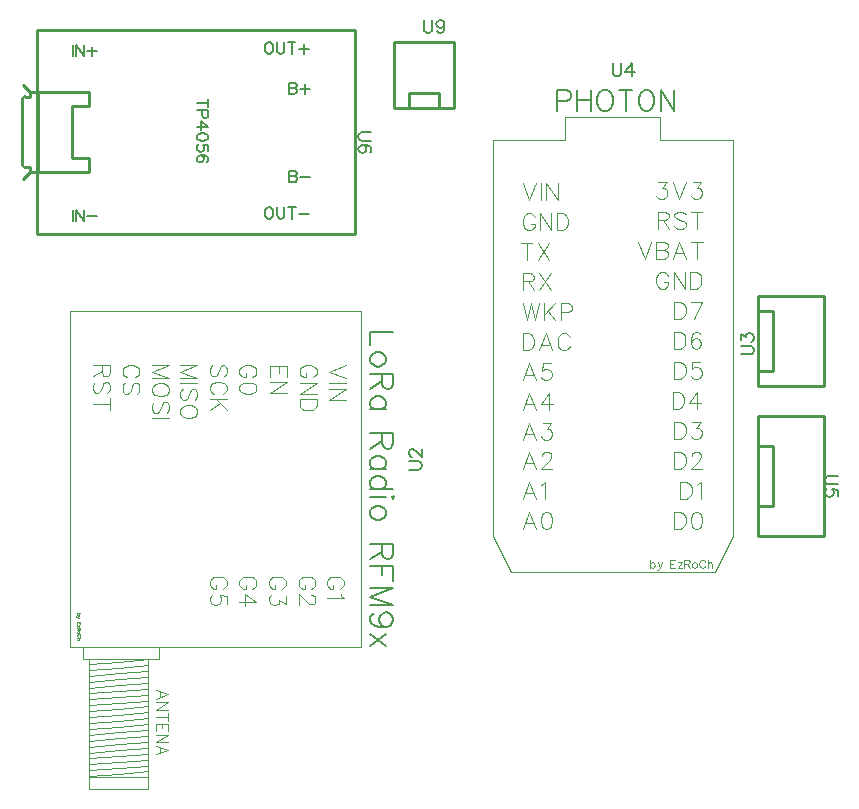
<source format=gto>
G04 Layer: TopSilkLayer*
G04 EasyEDA v6.3.22, 2020-03-18T10:30:20--5:00*
G04 98182c42750f413f95cb83c886c9a14c,0f239cf58a554773a8b80eeb1c5c5983,10*
G04 Gerber Generator version 0.2*
G04 Scale: 100 percent, Rotated: No, Reflected: No *
G04 Dimensions in millimeters *
G04 leading zeros omitted , absolute positions ,3 integer and 3 decimal *
%FSLAX33Y33*%
%MOMM*%
G90*
G71D02*

%ADD10C,0.254000*%
%ADD19C,0.101600*%
%ADD20C,0.152400*%
%ADD21C,0.100000*%
%ADD22C,0.203200*%
%ADD23C,0.050000*%
%ADD24C,0.177800*%

%LPD*%
G54D19*
G01X2931Y1020D02*
G01X26779Y1024D01*
G01X27431Y1020D01*
G01X27431Y29520D01*
G01X2831Y29520D01*
G01X2831Y1020D01*
G01X3879Y1024D02*
G01X3879Y24D01*
G01X10379Y24D01*
G01X10379Y1024D01*
G01X4434Y23D02*
G01X4434Y-10976D01*
G01X9434Y-10976D01*
G01X9434Y23D01*
G01X4434Y-9976D02*
G01X9434Y-9976D01*
G01X4434Y-9376D02*
G01X6934Y-9176D01*
G01X9434Y-8976D01*
G01X4432Y-8878D02*
G01X6932Y-8678D01*
G01X9432Y-8478D01*
G01X4431Y-8378D02*
G01X6931Y-8178D01*
G01X9431Y-7978D01*
G01X4431Y-7879D02*
G01X6931Y-7679D01*
G01X9431Y-7479D01*
G01X4431Y-7379D02*
G01X6931Y-7179D01*
G01X9431Y-6979D01*
G01X4431Y-6878D02*
G01X6931Y-6678D01*
G01X9431Y-6478D01*
G01X4431Y-6379D02*
G01X6931Y-6179D01*
G01X9431Y-5979D01*
G01X4431Y-5878D02*
G01X6931Y-5678D01*
G01X9431Y-5478D01*
G01X4431Y-5378D02*
G01X6931Y-5178D01*
G01X9431Y-4978D01*
G01X4431Y-4880D02*
G01X6931Y-4680D01*
G01X9431Y-4480D01*
G01X4431Y-4379D02*
G01X6931Y-4179D01*
G01X9431Y-3979D01*
G01X4431Y-3879D02*
G01X6931Y-3679D01*
G01X9431Y-3479D01*
G01X4433Y-3376D02*
G01X9434Y-2977D01*
G01X4431Y-2878D02*
G01X6931Y-2678D01*
G01X9431Y-2478D01*
G01X4431Y-2378D02*
G01X6931Y-2178D01*
G01X9431Y-1978D01*
G01X4431Y-1877D02*
G01X6931Y-1677D01*
G01X9431Y-1477D01*
G01X4431Y-1377D02*
G01X6931Y-1177D01*
G01X9431Y-977D01*
G01X4431Y-879D02*
G01X6931Y-679D01*
G01X9431Y-479D01*
G01X4431Y-379D02*
G01X6931Y-179D01*
G01X9431Y20D01*
G01X4433Y-9877D02*
G01X6933Y-9677D01*
G01X9433Y-9477D01*
G54D10*
G01X66675Y30790D02*
G01X61087Y30790D01*
G01X66675Y23170D02*
G01X61087Y23170D01*
G01X66675Y23170D02*
G01X66675Y30790D01*
G01X61087Y23170D02*
G01X61087Y24440D01*
G01X61087Y24440D02*
G01X61087Y29520D01*
G01X61087Y29520D02*
G01X61087Y30790D01*
G01X61087Y29520D02*
G01X62357Y29520D01*
G01X62357Y29520D02*
G01X62357Y24440D01*
G01X62357Y24440D02*
G01X61087Y24440D01*
G54D19*
G01X38608Y43998D02*
G01X38608Y10470D01*
G01X58928Y43998D02*
G01X58928Y10470D01*
G01X38608Y43998D02*
G01X44755Y43998D01*
G01X44754Y43998D02*
G01X44754Y45903D01*
G01X52781Y43998D02*
G01X58928Y43998D01*
G01X44754Y45903D02*
G01X52781Y45903D01*
G01X52781Y45903D02*
G01X52781Y43998D01*
G01X38608Y10470D02*
G01X40132Y7422D01*
G01X58928Y10470D02*
G01X57404Y7422D01*
G01X40132Y7422D02*
G01X57404Y7422D01*
G54D10*
G01X30226Y52253D02*
G01X30226Y46665D01*
G01X35306Y52253D02*
G01X35306Y46665D01*
G01X35306Y52253D02*
G01X30226Y52253D01*
G01X35306Y46665D02*
G01X34036Y46665D01*
G01X34036Y46665D02*
G01X31496Y46665D01*
G01X31496Y46665D02*
G01X30226Y46665D01*
G01X31496Y46665D02*
G01X31496Y47935D01*
G01X31496Y47935D02*
G01X34036Y47935D01*
G01X34036Y47935D02*
G01X34036Y46665D01*
G01X66675Y10470D02*
G01X61087Y10470D01*
G01X62357Y18090D02*
G01X62357Y13010D01*
G01X62357Y13010D02*
G01X61087Y13010D01*
G01X66675Y20630D02*
G01X61087Y20630D01*
G01X61087Y10470D02*
G01X61087Y13010D01*
G01X61087Y18090D02*
G01X62357Y18090D01*
G01X66675Y10470D02*
G01X66675Y20630D01*
G01X61087Y13010D02*
G01X61087Y18090D01*
G01X61087Y18090D02*
G01X61087Y20630D01*
G01X2998Y42455D02*
G01X4395Y42455D01*
G01X2998Y46875D02*
G01X2998Y42455D01*
G01X4395Y46875D02*
G01X2998Y46875D01*
G01X102Y48069D02*
G01X102Y41262D01*
G01X2795Y41262D02*
G01X4395Y41262D01*
G01X4395Y41262D02*
G01X4395Y42455D01*
G01X4395Y48069D02*
G01X4395Y46875D01*
G01X2795Y48069D02*
G01X4395Y48069D01*
G01X-1040Y41668D02*
G01X-608Y41668D01*
G01X-1243Y47459D02*
G01X-1243Y41922D01*
G01X-608Y47662D02*
G01X-989Y47662D01*
G01X-608Y41262D02*
G01X-1192Y40677D01*
G01X-608Y48069D02*
G01X-1192Y48653D01*
G01X102Y41262D02*
G01X-608Y41262D01*
G01X4395Y41262D02*
G01X102Y41262D01*
G01X102Y48069D02*
G01X4395Y48069D01*
G01X-608Y48069D02*
G01X102Y48069D01*
G01X-608Y41668D02*
G01X-608Y41262D01*
G01X-608Y48069D02*
G01X-608Y47662D01*
G01X8Y35994D02*
G01X26932Y35994D01*
G01X26932Y53266D01*
G01X8Y53266D01*
G01X8Y35994D01*
G54D20*
G01X31506Y16058D02*
G01X32286Y16058D01*
G01X32441Y16108D01*
G01X32545Y16212D01*
G01X32599Y16370D01*
G01X32599Y16474D01*
G01X32545Y16629D01*
G01X32441Y16733D01*
G01X32286Y16784D01*
G01X31506Y16784D01*
G01X31768Y17180D02*
G01X31715Y17180D01*
G01X31611Y17231D01*
G01X31560Y17284D01*
G01X31506Y17388D01*
G01X31506Y17594D01*
G01X31560Y17698D01*
G01X31611Y17752D01*
G01X31715Y17802D01*
G01X31819Y17802D01*
G01X31923Y17752D01*
G01X32078Y17648D01*
G01X32599Y17127D01*
G01X32599Y17856D01*
G54D21*
G01X11077Y-2944D02*
G01X10122Y-2578D01*
G01X11077Y-2944D02*
G01X10122Y-3307D01*
G01X10439Y-2715D02*
G01X10439Y-3170D01*
G01X11077Y-3607D02*
G01X10122Y-3607D01*
G01X11077Y-3607D02*
G01X10122Y-4242D01*
G01X11077Y-4242D02*
G01X10122Y-4242D01*
G01X11077Y-4862D02*
G01X10122Y-4862D01*
G01X11077Y-4542D02*
G01X11077Y-5179D01*
G01X11077Y-5479D02*
G01X10122Y-5479D01*
G01X11077Y-5479D02*
G01X11077Y-6071D01*
G01X10622Y-5479D02*
G01X10622Y-5842D01*
G01X10122Y-5479D02*
G01X10122Y-6071D01*
G01X11077Y-6371D02*
G01X10122Y-6371D01*
G01X11077Y-6371D02*
G01X10122Y-7006D01*
G01X11077Y-7006D02*
G01X10122Y-7006D01*
G01X11077Y-7671D02*
G01X10122Y-7305D01*
G01X11077Y-7671D02*
G01X10122Y-8034D01*
G01X10439Y-7442D02*
G01X10439Y-7897D01*
G54D22*
G01X30186Y27720D02*
G01X28245Y27720D01*
G01X28245Y27720D02*
G01X28245Y26612D01*
G01X29538Y25540D02*
G01X29446Y25726D01*
G01X29261Y25911D01*
G01X28984Y26003D01*
G01X28799Y26003D01*
G01X28522Y25911D01*
G01X28339Y25726D01*
G01X28245Y25540D01*
G01X28245Y25264D01*
G01X28339Y25078D01*
G01X28522Y24895D01*
G01X28799Y24801D01*
G01X28984Y24801D01*
G01X29261Y24895D01*
G01X29446Y25078D01*
G01X29538Y25264D01*
G01X29538Y25540D01*
G01X30186Y24192D02*
G01X28245Y24192D01*
G01X30186Y24192D02*
G01X30186Y23361D01*
G01X30094Y23084D01*
G01X30000Y22993D01*
G01X29815Y22899D01*
G01X29632Y22899D01*
G01X29446Y22993D01*
G01X29355Y23084D01*
G01X29261Y23361D01*
G01X29261Y24192D01*
G01X29261Y23547D02*
G01X28245Y22899D01*
G01X29538Y21182D02*
G01X28245Y21182D01*
G01X29261Y21182D02*
G01X29446Y21367D01*
G01X29538Y21550D01*
G01X29538Y21827D01*
G01X29446Y22012D01*
G01X29261Y22198D01*
G01X28984Y22289D01*
G01X28799Y22289D01*
G01X28522Y22198D01*
G01X28339Y22012D01*
G01X28245Y21827D01*
G01X28245Y21550D01*
G01X28339Y21367D01*
G01X28522Y21182D01*
G01X30186Y19150D02*
G01X28245Y19150D01*
G01X30186Y19150D02*
G01X30186Y18319D01*
G01X30094Y18040D01*
G01X30000Y17948D01*
G01X29815Y17857D01*
G01X29632Y17857D01*
G01X29446Y17948D01*
G01X29355Y18040D01*
G01X29261Y18319D01*
G01X29261Y19150D01*
G01X29261Y18502D02*
G01X28245Y17857D01*
G01X29538Y16137D02*
G01X28245Y16137D01*
G01X29261Y16137D02*
G01X29446Y16323D01*
G01X29538Y16508D01*
G01X29538Y16785D01*
G01X29446Y16971D01*
G01X29261Y17153D01*
G01X28984Y17247D01*
G01X28799Y17247D01*
G01X28522Y17153D01*
G01X28339Y16971D01*
G01X28245Y16785D01*
G01X28245Y16508D01*
G01X28339Y16323D01*
G01X28522Y16137D01*
G01X30186Y14420D02*
G01X28245Y14420D01*
G01X29261Y14420D02*
G01X29446Y14606D01*
G01X29538Y14789D01*
G01X29538Y15068D01*
G01X29446Y15251D01*
G01X29261Y15436D01*
G01X28984Y15528D01*
G01X28799Y15528D01*
G01X28522Y15436D01*
G01X28339Y15251D01*
G01X28245Y15068D01*
G01X28245Y14789D01*
G01X28339Y14606D01*
G01X28522Y14420D01*
G01X30186Y13811D02*
G01X30094Y13719D01*
G01X30186Y13625D01*
G01X30277Y13719D01*
G01X30186Y13811D01*
G01X29538Y13719D02*
G01X28245Y13719D01*
G01X29538Y12553D02*
G01X29446Y12739D01*
G01X29261Y12924D01*
G01X28984Y13016D01*
G01X28799Y13016D01*
G01X28522Y12924D01*
G01X28339Y12739D01*
G01X28245Y12553D01*
G01X28245Y12277D01*
G01X28339Y12094D01*
G01X28522Y11908D01*
G01X28799Y11817D01*
G01X28984Y11817D01*
G01X29261Y11908D01*
G01X29446Y12094D01*
G01X29538Y12277D01*
G01X29538Y12553D01*
G01X30186Y9785D02*
G01X28245Y9785D01*
G01X30186Y9785D02*
G01X30186Y8952D01*
G01X30094Y8675D01*
G01X30000Y8583D01*
G01X29815Y8489D01*
G01X29632Y8489D01*
G01X29446Y8583D01*
G01X29355Y8675D01*
G01X29261Y8952D01*
G01X29261Y9785D01*
G01X29261Y9137D02*
G01X28245Y8489D01*
G01X30186Y7880D02*
G01X28245Y7880D01*
G01X30186Y7880D02*
G01X30186Y6681D01*
G01X29261Y7880D02*
G01X29261Y7143D01*
G01X30186Y6071D02*
G01X28245Y6071D01*
G01X30186Y6071D02*
G01X28245Y5332D01*
G01X30186Y4593D02*
G01X28245Y5332D01*
G01X30186Y4593D02*
G01X28245Y4593D01*
G01X29538Y2782D02*
G01X29261Y2876D01*
G01X29078Y3059D01*
G01X28984Y3336D01*
G01X28984Y3430D01*
G01X29078Y3707D01*
G01X29261Y3892D01*
G01X29538Y3983D01*
G01X29632Y3983D01*
G01X29909Y3892D01*
G01X30094Y3707D01*
G01X30186Y3430D01*
G01X30186Y3336D01*
G01X30094Y3059D01*
G01X29909Y2876D01*
G01X29538Y2782D01*
G01X29078Y2782D01*
G01X28616Y2876D01*
G01X28339Y3059D01*
G01X28245Y3336D01*
G01X28245Y3521D01*
G01X28339Y3798D01*
G01X28522Y3892D01*
G01X29538Y2172D02*
G01X28245Y1156D01*
G01X29538Y1156D02*
G01X28245Y2172D01*
G54D23*
G01X3696Y3919D02*
G01X3409Y3919D01*
G01X3559Y3919D02*
G01X3587Y3894D01*
G01X3600Y3866D01*
G01X3600Y3825D01*
G01X3587Y3797D01*
G01X3559Y3769D01*
G01X3518Y3757D01*
G01X3491Y3757D01*
G01X3450Y3769D01*
G01X3422Y3797D01*
G01X3409Y3825D01*
G01X3409Y3866D01*
G01X3422Y3894D01*
G01X3450Y3919D01*
G01X3600Y3652D02*
G01X3409Y3571D01*
G01X3600Y3490D02*
G01X3409Y3571D01*
G01X3353Y3599D01*
G01X3328Y3625D01*
G01X3313Y3652D01*
G01X3313Y3665D01*
G01X3696Y3188D02*
G01X3409Y3188D01*
G01X3696Y3188D02*
G01X3696Y3012D01*
G01X3559Y3188D02*
G01X3559Y3081D01*
G01X3409Y3188D02*
G01X3409Y3012D01*
G01X3600Y2771D02*
G01X3409Y2921D01*
G01X3600Y2921D02*
G01X3600Y2771D01*
G01X3409Y2921D02*
G01X3409Y2771D01*
G01X3696Y2682D02*
G01X3409Y2682D01*
G01X3696Y2682D02*
G01X3696Y2558D01*
G01X3681Y2517D01*
G01X3668Y2504D01*
G01X3640Y2492D01*
G01X3612Y2492D01*
G01X3587Y2504D01*
G01X3572Y2517D01*
G01X3559Y2558D01*
G01X3559Y2682D01*
G01X3559Y2586D02*
G01X3409Y2492D01*
G01X3600Y2332D02*
G01X3587Y2360D01*
G01X3559Y2388D01*
G01X3518Y2400D01*
G01X3491Y2400D01*
G01X3450Y2388D01*
G01X3422Y2360D01*
G01X3409Y2332D01*
G01X3409Y2291D01*
G01X3422Y2263D01*
G01X3450Y2238D01*
G01X3491Y2222D01*
G01X3518Y2222D01*
G01X3559Y2238D01*
G01X3587Y2263D01*
G01X3600Y2291D01*
G01X3600Y2332D01*
G01X3628Y1928D02*
G01X3653Y1943D01*
G01X3681Y1971D01*
G01X3696Y1996D01*
G01X3696Y2052D01*
G01X3681Y2078D01*
G01X3653Y2106D01*
G01X3628Y2121D01*
G01X3587Y2134D01*
G01X3518Y2134D01*
G01X3478Y2121D01*
G01X3450Y2106D01*
G01X3422Y2078D01*
G01X3409Y2052D01*
G01X3409Y1996D01*
G01X3422Y1971D01*
G01X3450Y1943D01*
G01X3478Y1928D01*
G01X3696Y1839D02*
G01X3409Y1839D01*
G01X3544Y1839D02*
G01X3587Y1798D01*
G01X3600Y1770D01*
G01X3600Y1730D01*
G01X3587Y1702D01*
G01X3544Y1689D01*
G01X3409Y1689D01*
G54D21*
G01X23354Y23899D02*
G01X23491Y23965D01*
G01X23626Y24102D01*
G01X23694Y24239D01*
G01X23694Y24511D01*
G01X23626Y24648D01*
G01X23491Y24785D01*
G01X23354Y24851D01*
G01X23151Y24920D01*
G01X22808Y24920D01*
G01X22605Y24851D01*
G01X22468Y24785D01*
G01X22330Y24648D01*
G01X22264Y24511D01*
G01X22264Y24239D01*
G01X22330Y24102D01*
G01X22468Y23965D01*
G01X22605Y23899D01*
G01X22808Y23899D01*
G01X22808Y24239D02*
G01X22808Y23899D01*
G01X23694Y23447D02*
G01X22264Y23447D01*
G01X23694Y23447D02*
G01X22264Y22494D01*
G01X23694Y22494D02*
G01X22264Y22494D01*
G01X23694Y22042D02*
G01X22264Y22042D01*
G01X23694Y22042D02*
G01X23694Y21567D01*
G01X23626Y21361D01*
G01X23491Y21224D01*
G01X23354Y21156D01*
G01X23151Y21090D01*
G01X22808Y21090D01*
G01X22605Y21156D01*
G01X22468Y21224D01*
G01X22330Y21361D01*
G01X22264Y21567D01*
G01X22264Y22042D01*
G01X21192Y24824D02*
G01X19762Y24824D01*
G01X21192Y24824D02*
G01X21192Y23937D01*
G01X20512Y24824D02*
G01X20512Y24277D01*
G01X19762Y24824D02*
G01X19762Y23937D01*
G01X21192Y23485D02*
G01X19762Y23485D01*
G01X21192Y23485D02*
G01X19762Y22532D01*
G01X21192Y22532D02*
G01X19762Y22532D01*
G01X18254Y23896D02*
G01X18388Y23965D01*
G01X18525Y24102D01*
G01X18594Y24239D01*
G01X18594Y24511D01*
G01X18525Y24648D01*
G01X18388Y24783D01*
G01X18254Y24851D01*
G01X18048Y24920D01*
G01X17708Y24920D01*
G01X17502Y24851D01*
G01X17367Y24783D01*
G01X17230Y24648D01*
G01X17161Y24511D01*
G01X17161Y24239D01*
G01X17230Y24102D01*
G01X17367Y23965D01*
G01X17502Y23896D01*
G01X17708Y23896D01*
G01X17708Y24239D02*
G01X17708Y23896D01*
G01X18594Y23038D02*
G01X18525Y23244D01*
G01X18320Y23378D01*
G01X17979Y23447D01*
G01X17776Y23447D01*
G01X17433Y23378D01*
G01X17230Y23244D01*
G01X17161Y23038D01*
G01X17161Y22903D01*
G01X17230Y22698D01*
G01X17433Y22560D01*
G01X17776Y22494D01*
G01X17979Y22494D01*
G01X18320Y22560D01*
G01X18525Y22698D01*
G01X18594Y22903D01*
G01X18594Y23038D01*
G01X15891Y23968D02*
G01X16026Y24102D01*
G01X16095Y24308D01*
G01X16095Y24580D01*
G01X16026Y24785D01*
G01X15891Y24920D01*
G01X15754Y24920D01*
G01X15617Y24851D01*
G01X15549Y24785D01*
G01X15483Y24648D01*
G01X15345Y24239D01*
G01X15277Y24102D01*
G01X15208Y24034D01*
G01X15074Y23968D01*
G01X14868Y23968D01*
G01X14731Y24102D01*
G01X14665Y24308D01*
G01X14665Y24580D01*
G01X14731Y24785D01*
G01X14868Y24920D01*
G01X15754Y22494D02*
G01X15891Y22563D01*
G01X16026Y22698D01*
G01X16095Y22835D01*
G01X16095Y23106D01*
G01X16026Y23244D01*
G01X15891Y23381D01*
G01X15754Y23449D01*
G01X15549Y23515D01*
G01X15208Y23515D01*
G01X15005Y23449D01*
G01X14868Y23381D01*
G01X14731Y23244D01*
G01X14665Y23106D01*
G01X14665Y22835D01*
G01X14731Y22698D01*
G01X14868Y22563D01*
G01X15005Y22494D01*
G01X16095Y22045D02*
G01X14665Y22045D01*
G01X16095Y21090D02*
G01X15140Y22045D01*
G01X15483Y21702D02*
G01X14665Y21090D01*
G01X13593Y24920D02*
G01X12163Y24920D01*
G01X13593Y24920D02*
G01X12163Y24374D01*
G01X13593Y23830D02*
G01X12163Y24374D01*
G01X13593Y23830D02*
G01X12163Y23830D01*
G01X13593Y23381D02*
G01X12163Y23381D01*
G01X13390Y21976D02*
G01X13524Y22111D01*
G01X13593Y22317D01*
G01X13593Y22588D01*
G01X13524Y22794D01*
G01X13390Y22929D01*
G01X13252Y22929D01*
G01X13115Y22863D01*
G01X13047Y22794D01*
G01X12981Y22657D01*
G01X12843Y22248D01*
G01X12775Y22111D01*
G01X12706Y22042D01*
G01X12572Y21976D01*
G01X12366Y21976D01*
G01X12229Y22111D01*
G01X12163Y22317D01*
G01X12163Y22588D01*
G01X12229Y22794D01*
G01X12366Y22929D01*
G01X13593Y21115D02*
G01X13524Y21252D01*
G01X13390Y21389D01*
G01X13252Y21458D01*
G01X13047Y21524D01*
G01X12706Y21524D01*
G01X12503Y21458D01*
G01X12366Y21389D01*
G01X12229Y21252D01*
G01X12163Y21115D01*
G01X12163Y20843D01*
G01X12229Y20706D01*
G01X12366Y20572D01*
G01X12503Y20503D01*
G01X12706Y20434D01*
G01X13047Y20434D01*
G01X13252Y20503D01*
G01X13390Y20572D01*
G01X13524Y20706D01*
G01X13593Y20843D01*
G01X13593Y21115D01*
G01X11195Y24920D02*
G01X9762Y24920D01*
G01X11195Y24920D02*
G01X9762Y24376D01*
G01X11195Y23830D02*
G01X9762Y24376D01*
G01X11195Y23830D02*
G01X9762Y23830D01*
G01X11195Y22972D02*
G01X11126Y23106D01*
G01X10989Y23244D01*
G01X10855Y23312D01*
G01X10649Y23381D01*
G01X10309Y23381D01*
G01X10103Y23312D01*
G01X9968Y23244D01*
G01X9831Y23106D01*
G01X9762Y22972D01*
G01X9762Y22698D01*
G01X9831Y22563D01*
G01X9968Y22426D01*
G01X10103Y22357D01*
G01X10309Y22289D01*
G01X10649Y22289D01*
G01X10855Y22357D01*
G01X10989Y22426D01*
G01X11126Y22563D01*
G01X11195Y22698D01*
G01X11195Y22972D01*
G01X10989Y20884D02*
G01X11126Y21021D01*
G01X11195Y21227D01*
G01X11195Y21499D01*
G01X11126Y21702D01*
G01X10989Y21839D01*
G01X10855Y21839D01*
G01X10718Y21770D01*
G01X10649Y21702D01*
G01X10580Y21567D01*
G01X10446Y21158D01*
G01X10377Y21021D01*
G01X10309Y20953D01*
G01X10171Y20884D01*
G01X9968Y20884D01*
G01X9831Y21021D01*
G01X9762Y21227D01*
G01X9762Y21499D01*
G01X9831Y21702D01*
G01X9968Y21839D01*
G01X11195Y20434D02*
G01X9762Y20434D01*
G01X8355Y23899D02*
G01X8490Y23965D01*
G01X8627Y24102D01*
G01X8696Y24239D01*
G01X8696Y24511D01*
G01X8627Y24648D01*
G01X8490Y24785D01*
G01X8355Y24851D01*
G01X8150Y24920D01*
G01X7809Y24920D01*
G01X7603Y24851D01*
G01X7469Y24785D01*
G01X7332Y24648D01*
G01X7263Y24511D01*
G01X7263Y24239D01*
G01X7332Y24102D01*
G01X7469Y23965D01*
G01X7603Y23899D01*
G01X8490Y22494D02*
G01X8627Y22629D01*
G01X8696Y22835D01*
G01X8696Y23106D01*
G01X8627Y23312D01*
G01X8490Y23447D01*
G01X8355Y23447D01*
G01X8218Y23381D01*
G01X8150Y23312D01*
G01X8081Y23175D01*
G01X7946Y22766D01*
G01X7878Y22629D01*
G01X7809Y22560D01*
G01X7672Y22494D01*
G01X7469Y22494D01*
G01X7332Y22629D01*
G01X7263Y22835D01*
G01X7263Y23106D01*
G01X7332Y23312D01*
G01X7469Y23447D01*
G01X6194Y24920D02*
G01X4761Y24920D01*
G01X6194Y24920D02*
G01X6194Y24308D01*
G01X6125Y24102D01*
G01X6057Y24034D01*
G01X5919Y23968D01*
G01X5785Y23968D01*
G01X5648Y24034D01*
G01X5579Y24102D01*
G01X5511Y24308D01*
G01X5511Y24920D01*
G01X5511Y24445D02*
G01X4761Y23968D01*
G01X5988Y22563D02*
G01X6125Y22698D01*
G01X6194Y22903D01*
G01X6194Y23175D01*
G01X6125Y23381D01*
G01X5988Y23515D01*
G01X5853Y23515D01*
G01X5716Y23449D01*
G01X5648Y23381D01*
G01X5579Y23244D01*
G01X5444Y22835D01*
G01X5376Y22698D01*
G01X5307Y22629D01*
G01X5170Y22563D01*
G01X4967Y22563D01*
G01X4830Y22698D01*
G01X4761Y22903D01*
G01X4761Y23175D01*
G01X4830Y23381D01*
G01X4967Y23515D01*
G01X6194Y21636D02*
G01X4761Y21636D01*
G01X6194Y22111D02*
G01X6194Y21158D01*
G01X25655Y5997D02*
G01X25790Y6066D01*
G01X25927Y6203D01*
G01X25996Y6340D01*
G01X25996Y6612D01*
G01X25927Y6749D01*
G01X25790Y6883D01*
G01X25655Y6952D01*
G01X25450Y7021D01*
G01X25109Y7021D01*
G01X24903Y6952D01*
G01X24769Y6883D01*
G01X24632Y6749D01*
G01X24563Y6612D01*
G01X24563Y6340D01*
G01X24632Y6203D01*
G01X24769Y6066D01*
G01X24903Y5997D01*
G01X25109Y5997D01*
G01X25109Y6340D02*
G01X25109Y5997D01*
G01X25721Y5547D02*
G01X25790Y5413D01*
G01X25996Y5207D01*
G01X24563Y5207D01*
G01X23255Y5997D02*
G01X23390Y6066D01*
G01X23527Y6203D01*
G01X23595Y6340D01*
G01X23595Y6612D01*
G01X23527Y6749D01*
G01X23390Y6883D01*
G01X23255Y6952D01*
G01X23049Y7021D01*
G01X22709Y7021D01*
G01X22503Y6952D01*
G01X22368Y6883D01*
G01X22231Y6749D01*
G01X22163Y6612D01*
G01X22163Y6340D01*
G01X22231Y6203D01*
G01X22368Y6066D01*
G01X22503Y5997D01*
G01X22709Y5997D01*
G01X22709Y6340D02*
G01X22709Y5997D01*
G01X23255Y5479D02*
G01X23324Y5479D01*
G01X23458Y5413D01*
G01X23527Y5344D01*
G01X23595Y5207D01*
G01X23595Y4935D01*
G01X23527Y4798D01*
G01X23458Y4730D01*
G01X23324Y4661D01*
G01X23186Y4661D01*
G01X23049Y4730D01*
G01X22846Y4867D01*
G01X22163Y5547D01*
G01X22163Y4592D01*
G01X20753Y5997D02*
G01X20890Y6066D01*
G01X21027Y6203D01*
G01X21096Y6340D01*
G01X21096Y6612D01*
G01X21027Y6749D01*
G01X20890Y6883D01*
G01X20753Y6952D01*
G01X20550Y7021D01*
G01X20209Y7021D01*
G01X20004Y6952D01*
G01X19869Y6883D01*
G01X19732Y6749D01*
G01X19663Y6612D01*
G01X19663Y6340D01*
G01X19732Y6203D01*
G01X19869Y6066D01*
G01X20004Y5997D01*
G01X20209Y5997D01*
G01X20209Y6340D02*
G01X20209Y5997D01*
G01X21096Y5413D02*
G01X21096Y4661D01*
G01X20550Y5070D01*
G01X20550Y4867D01*
G01X20481Y4730D01*
G01X20413Y4661D01*
G01X20209Y4592D01*
G01X20072Y4592D01*
G01X19869Y4661D01*
G01X19732Y4798D01*
G01X19663Y5001D01*
G01X19663Y5207D01*
G01X19732Y5413D01*
G01X19801Y5479D01*
G01X19935Y5547D01*
G01X18254Y5997D02*
G01X18391Y6066D01*
G01X18528Y6203D01*
G01X18594Y6340D01*
G01X18594Y6612D01*
G01X18528Y6749D01*
G01X18391Y6883D01*
G01X18254Y6952D01*
G01X18050Y7021D01*
G01X17708Y7021D01*
G01X17504Y6952D01*
G01X17367Y6883D01*
G01X17233Y6749D01*
G01X17164Y6612D01*
G01X17164Y6340D01*
G01X17233Y6203D01*
G01X17367Y6066D01*
G01X17504Y5997D01*
G01X17708Y5997D01*
G01X17708Y6340D02*
G01X17708Y5997D01*
G01X18594Y4867D02*
G01X17642Y5547D01*
G01X17642Y4526D01*
G01X18594Y4867D02*
G01X17164Y4867D01*
G01X15754Y5997D02*
G01X15891Y6066D01*
G01X16026Y6203D01*
G01X16095Y6340D01*
G01X16095Y6612D01*
G01X16026Y6749D01*
G01X15891Y6883D01*
G01X15754Y6952D01*
G01X15549Y7021D01*
G01X15208Y7021D01*
G01X15005Y6952D01*
G01X14868Y6883D01*
G01X14731Y6749D01*
G01X14662Y6612D01*
G01X14662Y6340D01*
G01X14731Y6203D01*
G01X14868Y6066D01*
G01X15005Y5997D01*
G01X15208Y5997D01*
G01X15208Y6340D02*
G01X15208Y5997D01*
G01X16095Y4730D02*
G01X16095Y5413D01*
G01X15483Y5479D01*
G01X15549Y5413D01*
G01X15617Y5207D01*
G01X15617Y5001D01*
G01X15549Y4798D01*
G01X15414Y4661D01*
G01X15208Y4592D01*
G01X15074Y4592D01*
G01X14868Y4661D01*
G01X14731Y4798D01*
G01X14662Y5001D01*
G01X14662Y5207D01*
G01X14731Y5413D01*
G01X14799Y5479D01*
G01X14936Y5547D01*
G01X26196Y24920D02*
G01X24764Y24374D01*
G01X26196Y23830D02*
G01X24764Y24374D01*
G01X26196Y23381D02*
G01X24764Y23381D01*
G01X26196Y22929D02*
G01X24764Y22929D01*
G01X26196Y22929D02*
G01X24764Y21976D01*
G01X26196Y21976D02*
G01X24764Y21976D01*
G54D20*
G01X59616Y25836D02*
G01X60393Y25836D01*
G01X60551Y25887D01*
G01X60655Y25991D01*
G01X60706Y26148D01*
G01X60706Y26253D01*
G01X60655Y26407D01*
G01X60551Y26512D01*
G01X60393Y26562D01*
G01X59616Y26562D01*
G01X59616Y27009D02*
G01X59616Y27581D01*
G01X60030Y27271D01*
G01X60030Y27426D01*
G01X60083Y27530D01*
G01X60134Y27581D01*
G01X60289Y27634D01*
G01X60393Y27634D01*
G01X60551Y27581D01*
G01X60655Y27477D01*
G01X60706Y27322D01*
G01X60706Y27167D01*
G01X60655Y27009D01*
G01X60602Y26959D01*
G01X60497Y26905D01*
G01X48768Y50472D02*
G01X48768Y49695D01*
G01X48818Y49537D01*
G01X48922Y49433D01*
G01X49080Y49382D01*
G01X49184Y49382D01*
G01X49339Y49433D01*
G01X49443Y49537D01*
G01X49494Y49695D01*
G01X49494Y50472D01*
G01X50358Y50472D02*
G01X49837Y49746D01*
G01X50617Y49746D01*
G01X50358Y50472D02*
G01X50358Y49382D01*
G54D22*
G01X44069Y48189D02*
G01X44069Y46471D01*
G01X44069Y48189D02*
G01X44805Y48189D01*
G01X45049Y48107D01*
G01X45130Y48026D01*
G01X45214Y47861D01*
G01X45214Y47617D01*
G01X45130Y47452D01*
G01X45049Y47371D01*
G01X44805Y47289D01*
G01X44069Y47289D01*
G01X45753Y48189D02*
G01X45753Y46471D01*
G01X46898Y48189D02*
G01X46898Y46471D01*
G01X45753Y47371D02*
G01X46898Y47371D01*
G01X47929Y48189D02*
G01X47767Y48107D01*
G01X47602Y47945D01*
G01X47520Y47780D01*
G01X47439Y47536D01*
G01X47439Y47124D01*
G01X47520Y46880D01*
G01X47602Y46715D01*
G01X47767Y46553D01*
G01X47929Y46471D01*
G01X48257Y46471D01*
G01X48420Y46553D01*
G01X48585Y46715D01*
G01X48666Y46880D01*
G01X48747Y47124D01*
G01X48747Y47536D01*
G01X48666Y47780D01*
G01X48585Y47945D01*
G01X48420Y48107D01*
G01X48257Y48189D01*
G01X47929Y48189D01*
G01X49860Y48189D02*
G01X49860Y46471D01*
G01X49288Y48189D02*
G01X50434Y48189D01*
G01X51465Y48189D02*
G01X51300Y48107D01*
G01X51137Y47945D01*
G01X51056Y47780D01*
G01X50972Y47536D01*
G01X50972Y47124D01*
G01X51056Y46880D01*
G01X51137Y46715D01*
G01X51300Y46553D01*
G01X51465Y46471D01*
G01X51793Y46471D01*
G01X51955Y46553D01*
G01X52118Y46715D01*
G01X52202Y46880D01*
G01X52283Y47124D01*
G01X52283Y47536D01*
G01X52202Y47780D01*
G01X52118Y47945D01*
G01X51955Y48107D01*
G01X51793Y48189D01*
G01X51465Y48189D01*
G01X52821Y48189D02*
G01X52821Y46471D01*
G01X52821Y48189D02*
G01X53967Y46471D01*
G01X53967Y48189D02*
G01X53967Y46471D01*
G54D21*
G01X41148Y40314D02*
G01X41694Y38884D01*
G01X42240Y40314D02*
G01X41694Y38884D01*
G01X42689Y40314D02*
G01X42689Y38884D01*
G01X43139Y40314D02*
G01X43139Y38884D01*
G01X43139Y40314D02*
G01X44094Y38884D01*
G01X44094Y40314D02*
G01X44094Y38884D01*
G01X53975Y30282D02*
G01X53975Y28852D01*
G01X53975Y30282D02*
G01X54452Y30282D01*
G01X54658Y30215D01*
G01X54792Y30078D01*
G01X54861Y29941D01*
G01X54930Y29738D01*
G01X54930Y29395D01*
G01X54861Y29192D01*
G01X54792Y29055D01*
G01X54658Y28920D01*
G01X54452Y28852D01*
G01X53975Y28852D01*
G01X56334Y30282D02*
G01X55651Y28852D01*
G01X55379Y30282D02*
G01X56334Y30282D01*
G01X53975Y27742D02*
G01X53975Y26309D01*
G01X53975Y27742D02*
G01X54449Y27742D01*
G01X54655Y27673D01*
G01X54792Y27536D01*
G01X54858Y27401D01*
G01X54927Y27195D01*
G01X54927Y26855D01*
G01X54858Y26649D01*
G01X54792Y26515D01*
G01X54655Y26378D01*
G01X54449Y26309D01*
G01X53975Y26309D01*
G01X56197Y27536D02*
G01X56128Y27673D01*
G01X55923Y27742D01*
G01X55788Y27742D01*
G01X55582Y27673D01*
G01X55445Y27467D01*
G01X55377Y27127D01*
G01X55377Y26786D01*
G01X55445Y26515D01*
G01X55582Y26378D01*
G01X55788Y26309D01*
G01X55854Y26309D01*
G01X56060Y26378D01*
G01X56197Y26515D01*
G01X56263Y26718D01*
G01X56263Y26786D01*
G01X56197Y26992D01*
G01X56060Y27127D01*
G01X55854Y27195D01*
G01X55788Y27195D01*
G01X55582Y27127D01*
G01X55445Y26992D01*
G01X55377Y26786D01*
G01X53975Y25202D02*
G01X53975Y23769D01*
G01X53975Y25202D02*
G01X54452Y25202D01*
G01X54658Y25133D01*
G01X54792Y24996D01*
G01X54861Y24861D01*
G01X54930Y24655D01*
G01X54930Y24315D01*
G01X54861Y24109D01*
G01X54792Y23975D01*
G01X54658Y23838D01*
G01X54452Y23769D01*
G01X53975Y23769D01*
G01X56197Y25202D02*
G01X55516Y25202D01*
G01X55448Y24587D01*
G01X55516Y24655D01*
G01X55719Y24724D01*
G01X55925Y24724D01*
G01X56128Y24655D01*
G01X56266Y24518D01*
G01X56334Y24315D01*
G01X56334Y24178D01*
G01X56266Y23975D01*
G01X56128Y23838D01*
G01X55925Y23769D01*
G01X55719Y23769D01*
G01X55516Y23838D01*
G01X55448Y23906D01*
G01X55379Y24041D01*
G01X53848Y22662D02*
G01X53848Y21232D01*
G01X53848Y22662D02*
G01X54325Y22662D01*
G01X54531Y22595D01*
G01X54665Y22458D01*
G01X54734Y22321D01*
G01X54803Y22118D01*
G01X54803Y21775D01*
G01X54734Y21572D01*
G01X54665Y21435D01*
G01X54531Y21300D01*
G01X54325Y21232D01*
G01X53848Y21232D01*
G01X55933Y22662D02*
G01X55252Y21709D01*
G01X56276Y21709D01*
G01X55933Y22662D02*
G01X55933Y21232D01*
G01X53975Y20122D02*
G01X53975Y18689D01*
G01X53975Y20122D02*
G01X54452Y20122D01*
G01X54658Y20053D01*
G01X54792Y19916D01*
G01X54861Y19779D01*
G01X54930Y19575D01*
G01X54930Y19235D01*
G01X54861Y19029D01*
G01X54792Y18895D01*
G01X54658Y18758D01*
G01X54452Y18689D01*
G01X53975Y18689D01*
G01X55516Y20122D02*
G01X56266Y20122D01*
G01X55857Y19575D01*
G01X56062Y19575D01*
G01X56197Y19507D01*
G01X56266Y19438D01*
G01X56334Y19235D01*
G01X56334Y19098D01*
G01X56266Y18895D01*
G01X56128Y18758D01*
G01X55925Y18689D01*
G01X55720Y18689D01*
G01X55516Y18758D01*
G01X55448Y18826D01*
G01X55379Y18961D01*
G01X53975Y17582D02*
G01X53975Y16151D01*
G01X53975Y17582D02*
G01X54452Y17582D01*
G01X54655Y17513D01*
G01X54792Y17378D01*
G01X54861Y17241D01*
G01X54930Y17035D01*
G01X54930Y16695D01*
G01X54861Y16492D01*
G01X54792Y16355D01*
G01X54655Y16218D01*
G01X54452Y16151D01*
G01X53975Y16151D01*
G01X55448Y17241D02*
G01X55448Y17310D01*
G01X55516Y17447D01*
G01X55582Y17513D01*
G01X55719Y17582D01*
G01X55991Y17582D01*
G01X56128Y17513D01*
G01X56197Y17447D01*
G01X56266Y17310D01*
G01X56266Y17173D01*
G01X56197Y17035D01*
G01X56060Y16832D01*
G01X55379Y16151D01*
G01X56334Y16151D01*
G01X54483Y15041D02*
G01X54483Y13609D01*
G01X54483Y15041D02*
G01X54960Y15041D01*
G01X55166Y14973D01*
G01X55300Y14838D01*
G01X55369Y14701D01*
G01X55438Y14495D01*
G01X55438Y14155D01*
G01X55369Y13952D01*
G01X55300Y13815D01*
G01X55166Y13678D01*
G01X54960Y13609D01*
G01X54483Y13609D01*
G01X55887Y14770D02*
G01X56024Y14838D01*
G01X56227Y15041D01*
G01X56227Y13609D01*
G01X53975Y12502D02*
G01X53975Y11069D01*
G01X53975Y12502D02*
G01X54452Y12502D01*
G01X54655Y12433D01*
G01X54792Y12296D01*
G01X54861Y12159D01*
G01X54930Y11955D01*
G01X54930Y11615D01*
G01X54861Y11409D01*
G01X54792Y11272D01*
G01X54655Y11138D01*
G01X54452Y11069D01*
G01X53975Y11069D01*
G01X55788Y12502D02*
G01X55582Y12433D01*
G01X55448Y12227D01*
G01X55379Y11887D01*
G01X55379Y11684D01*
G01X55448Y11341D01*
G01X55582Y11138D01*
G01X55788Y11069D01*
G01X55925Y11069D01*
G01X56128Y11138D01*
G01X56266Y11341D01*
G01X56334Y11684D01*
G01X56334Y11887D01*
G01X56266Y12227D01*
G01X56128Y12433D01*
G01X55925Y12502D01*
G01X55788Y12502D01*
G01X42169Y37434D02*
G01X42100Y37571D01*
G01X41965Y37706D01*
G01X41828Y37775D01*
G01X41556Y37775D01*
G01X41419Y37706D01*
G01X41282Y37571D01*
G01X41214Y37434D01*
G01X41148Y37228D01*
G01X41148Y36888D01*
G01X41214Y36685D01*
G01X41282Y36548D01*
G01X41419Y36411D01*
G01X41556Y36345D01*
G01X41828Y36345D01*
G01X41965Y36411D01*
G01X42100Y36548D01*
G01X42169Y36685D01*
G01X42169Y36888D01*
G01X41828Y36888D02*
G01X42169Y36888D01*
G01X42618Y37775D02*
G01X42618Y36345D01*
G01X42618Y37775D02*
G01X43573Y36345D01*
G01X43573Y37775D02*
G01X43573Y36345D01*
G01X44023Y37775D02*
G01X44023Y36345D01*
G01X44023Y37775D02*
G01X44500Y37775D01*
G01X44706Y37706D01*
G01X44841Y37571D01*
G01X44909Y37434D01*
G01X44978Y37228D01*
G01X44978Y36888D01*
G01X44909Y36685D01*
G01X44841Y36548D01*
G01X44706Y36411D01*
G01X44500Y36345D01*
G01X44023Y36345D01*
G01X41498Y35235D02*
G01X41498Y33805D01*
G01X41021Y35235D02*
G01X41973Y35235D01*
G01X42425Y35235D02*
G01X43378Y33805D01*
G01X43378Y35235D02*
G01X42425Y33805D01*
G01X41148Y32695D02*
G01X41148Y31262D01*
G01X41148Y32695D02*
G01X41762Y32695D01*
G01X41965Y32626D01*
G01X42034Y32557D01*
G01X42103Y32423D01*
G01X42103Y32286D01*
G01X42034Y32148D01*
G01X41965Y32080D01*
G01X41762Y32014D01*
G01X41148Y32014D01*
G01X41625Y32014D02*
G01X42103Y31262D01*
G01X42552Y32695D02*
G01X43507Y31262D01*
G01X43507Y32695D02*
G01X42552Y31262D01*
G01X41148Y30155D02*
G01X41488Y28722D01*
G01X41831Y30155D02*
G01X41488Y28722D01*
G01X41831Y30155D02*
G01X42171Y28722D01*
G01X42511Y30155D02*
G01X42171Y28722D01*
G01X42961Y30155D02*
G01X42961Y28722D01*
G01X43916Y30155D02*
G01X42961Y29199D01*
G01X43304Y29540D02*
G01X43916Y28722D01*
G01X44366Y30155D02*
G01X44366Y28722D01*
G01X44366Y30155D02*
G01X44980Y30155D01*
G01X45184Y30086D01*
G01X45252Y30017D01*
G01X45321Y29880D01*
G01X45321Y29677D01*
G01X45252Y29540D01*
G01X45184Y29471D01*
G01X44980Y29403D01*
G01X44366Y29403D01*
G01X41148Y27614D02*
G01X41148Y26184D01*
G01X41148Y27614D02*
G01X41625Y27614D01*
G01X41831Y27546D01*
G01X41965Y27411D01*
G01X42034Y27274D01*
G01X42103Y27068D01*
G01X42103Y26728D01*
G01X42034Y26525D01*
G01X41965Y26388D01*
G01X41831Y26251D01*
G01X41625Y26184D01*
G01X41148Y26184D01*
G01X43098Y27614D02*
G01X42552Y26184D01*
G01X43098Y27614D02*
G01X43644Y26184D01*
G01X42758Y26659D02*
G01X43439Y26659D01*
G01X45118Y27274D02*
G01X45049Y27411D01*
G01X44912Y27546D01*
G01X44775Y27614D01*
G01X44503Y27614D01*
G01X44366Y27546D01*
G01X44231Y27411D01*
G01X44163Y27274D01*
G01X44094Y27068D01*
G01X44094Y26728D01*
G01X44163Y26525D01*
G01X44231Y26388D01*
G01X44366Y26251D01*
G01X44503Y26184D01*
G01X44775Y26184D01*
G01X44912Y26251D01*
G01X45049Y26388D01*
G01X45118Y26525D01*
G01X41691Y25075D02*
G01X41148Y23645D01*
G01X41691Y25075D02*
G01X42237Y23645D01*
G01X41351Y24122D02*
G01X42031Y24122D01*
G01X43505Y25075D02*
G01X42824Y25075D01*
G01X42755Y24462D01*
G01X42824Y24531D01*
G01X43027Y24600D01*
G01X43233Y24600D01*
G01X43436Y24531D01*
G01X43573Y24394D01*
G01X43642Y24188D01*
G01X43642Y24053D01*
G01X43573Y23848D01*
G01X43436Y23713D01*
G01X43233Y23645D01*
G01X43027Y23645D01*
G01X42824Y23713D01*
G01X42755Y23779D01*
G01X42687Y23916D01*
G01X41693Y22591D02*
G01X41146Y21158D01*
G01X41693Y22591D02*
G01X42239Y21158D01*
G01X41352Y21636D02*
G01X42033Y21636D01*
G01X43369Y22591D02*
G01X42688Y21636D01*
G01X43712Y21636D01*
G01X43369Y22591D02*
G01X43369Y21158D01*
G01X41692Y20051D02*
G01X41149Y18618D01*
G01X41692Y20051D02*
G01X42238Y18618D01*
G01X41352Y19096D02*
G01X42035Y19096D01*
G01X42825Y20051D02*
G01X43574Y20051D01*
G01X43165Y19505D01*
G01X43371Y19505D01*
G01X43506Y19436D01*
G01X43574Y19370D01*
G01X43643Y19164D01*
G01X43643Y19027D01*
G01X43574Y18824D01*
G01X43440Y18687D01*
G01X43234Y18618D01*
G01X43028Y18618D01*
G01X42825Y18687D01*
G01X42756Y18755D01*
G01X42688Y18893D01*
G01X41691Y17582D02*
G01X41148Y16149D01*
G01X41691Y17582D02*
G01X42237Y16149D01*
G01X41351Y16626D02*
G01X42034Y16626D01*
G01X42755Y17239D02*
G01X42755Y17307D01*
G01X42824Y17444D01*
G01X42893Y17513D01*
G01X43030Y17582D01*
G01X43301Y17582D01*
G01X43439Y17513D01*
G01X43505Y17444D01*
G01X43573Y17307D01*
G01X43573Y17170D01*
G01X43505Y17035D01*
G01X43370Y16830D01*
G01X42687Y16149D01*
G01X43642Y16149D01*
G01X41691Y15042D02*
G01X41148Y13609D01*
G01X41691Y15042D02*
G01X42237Y13609D01*
G01X41351Y14086D02*
G01X42034Y14086D01*
G01X42687Y14767D02*
G01X42824Y14836D01*
G01X43030Y15042D01*
G01X43030Y13609D01*
G01X41694Y12502D02*
G01X41148Y11069D01*
G01X41694Y12502D02*
G01X42240Y11069D01*
G01X41353Y11546D02*
G01X42034Y11546D01*
G01X43098Y12502D02*
G01X42893Y12433D01*
G01X42758Y12230D01*
G01X42689Y11889D01*
G01X42689Y11684D01*
G01X42758Y11343D01*
G01X42893Y11138D01*
G01X43098Y11069D01*
G01X43233Y11069D01*
G01X43439Y11138D01*
G01X43576Y11343D01*
G01X43644Y11684D01*
G01X43644Y11889D01*
G01X43576Y12230D01*
G01X43439Y12433D01*
G01X43233Y12502D01*
G01X43098Y12502D01*
G01X52585Y40441D02*
G01X53334Y40441D01*
G01X52926Y39895D01*
G01X53131Y39895D01*
G01X53268Y39829D01*
G01X53334Y39761D01*
G01X53403Y39555D01*
G01X53403Y39418D01*
G01X53334Y39215D01*
G01X53200Y39078D01*
G01X52994Y39009D01*
G01X52791Y39009D01*
G01X52585Y39078D01*
G01X52517Y39146D01*
G01X52451Y39283D01*
G01X53853Y40441D02*
G01X54399Y39009D01*
G01X54945Y40441D02*
G01X54399Y39009D01*
G01X55532Y40441D02*
G01X56281Y40441D01*
G01X55872Y39895D01*
G01X56078Y39895D01*
G01X56212Y39829D01*
G01X56281Y39761D01*
G01X56349Y39555D01*
G01X56349Y39418D01*
G01X56281Y39215D01*
G01X56144Y39078D01*
G01X55940Y39009D01*
G01X55735Y39009D01*
G01X55532Y39078D01*
G01X55463Y39146D01*
G01X55394Y39283D01*
G01X52578Y37902D02*
G01X52578Y36472D01*
G01X52578Y37902D02*
G01X53192Y37902D01*
G01X53395Y37835D01*
G01X53464Y37767D01*
G01X53533Y37630D01*
G01X53533Y37493D01*
G01X53464Y37358D01*
G01X53395Y37289D01*
G01X53192Y37221D01*
G01X52578Y37221D01*
G01X53055Y37221D02*
G01X53533Y36472D01*
G01X54937Y37698D02*
G01X54800Y37835D01*
G01X54597Y37902D01*
G01X54323Y37902D01*
G01X54119Y37835D01*
G01X53982Y37698D01*
G01X53982Y37561D01*
G01X54051Y37424D01*
G01X54119Y37358D01*
G01X54256Y37289D01*
G01X54665Y37152D01*
G01X54800Y37084D01*
G01X54869Y37015D01*
G01X54937Y36880D01*
G01X54937Y36675D01*
G01X54800Y36540D01*
G01X54597Y36472D01*
G01X54323Y36472D01*
G01X54119Y36540D01*
G01X53982Y36675D01*
G01X55864Y37902D02*
G01X55864Y36472D01*
G01X55387Y37902D02*
G01X56342Y37902D01*
G01X50927Y35361D02*
G01X51473Y33931D01*
G01X52019Y35361D02*
G01X51473Y33931D01*
G01X52468Y35361D02*
G01X52468Y33931D01*
G01X52468Y35361D02*
G01X53080Y35361D01*
G01X53286Y35295D01*
G01X53355Y35227D01*
G01X53423Y35090D01*
G01X53423Y34953D01*
G01X53355Y34818D01*
G01X53286Y34749D01*
G01X53080Y34681D01*
G01X52468Y34681D02*
G01X53080Y34681D01*
G01X53286Y34612D01*
G01X53355Y34544D01*
G01X53423Y34409D01*
G01X53423Y34203D01*
G01X53355Y34066D01*
G01X53286Y34000D01*
G01X53080Y33931D01*
G01X52468Y33931D01*
G01X54416Y35361D02*
G01X53873Y33931D01*
G01X54416Y35361D02*
G01X54963Y33931D01*
G01X54076Y34409D02*
G01X54759Y34409D01*
G01X55890Y35361D02*
G01X55890Y33931D01*
G01X55412Y35361D02*
G01X56367Y35361D01*
G01X53472Y32481D02*
G01X53403Y32616D01*
G01X53268Y32753D01*
G01X53131Y32822D01*
G01X52859Y32822D01*
G01X52722Y32753D01*
G01X52585Y32616D01*
G01X52519Y32481D01*
G01X52451Y32275D01*
G01X52451Y31935D01*
G01X52519Y31729D01*
G01X52585Y31595D01*
G01X52722Y31458D01*
G01X52859Y31389D01*
G01X53131Y31389D01*
G01X53268Y31458D01*
G01X53403Y31595D01*
G01X53472Y31729D01*
G01X53472Y31935D01*
G01X53131Y31935D02*
G01X53472Y31935D01*
G01X53921Y32822D02*
G01X53921Y31389D01*
G01X53921Y32822D02*
G01X54876Y31389D01*
G01X54876Y32822D02*
G01X54876Y31389D01*
G01X55326Y32822D02*
G01X55326Y31389D01*
G01X55326Y32822D02*
G01X55803Y32822D01*
G01X56009Y32753D01*
G01X56146Y32616D01*
G01X56212Y32481D01*
G01X56281Y32275D01*
G01X56281Y31935D01*
G01X56212Y31729D01*
G01X56146Y31595D01*
G01X56009Y31458D01*
G01X55803Y31389D01*
G01X55326Y31389D01*
G54D23*
G01X51943Y8437D02*
G01X51943Y7769D01*
G01X51943Y8120D02*
G01X52006Y8183D01*
G01X52070Y8214D01*
G01X52166Y8214D01*
G01X52230Y8183D01*
G01X52293Y8120D01*
G01X52324Y8023D01*
G01X52324Y7960D01*
G01X52293Y7863D01*
G01X52230Y7800D01*
G01X52166Y7769D01*
G01X52070Y7769D01*
G01X52006Y7800D01*
G01X51943Y7863D01*
G01X52567Y8214D02*
G01X52758Y7769D01*
G01X52948Y8214D02*
G01X52758Y7769D01*
G01X52694Y7642D01*
G01X52631Y7579D01*
G01X52567Y7546D01*
G01X52534Y7546D01*
G01X53647Y8437D02*
G01X53647Y7769D01*
G01X53647Y8437D02*
G01X54061Y8437D01*
G01X53647Y8120D02*
G01X53903Y8120D01*
G01X53647Y7769D02*
G01X54061Y7769D01*
G01X54622Y8214D02*
G01X54272Y7769D01*
G01X54272Y8214D02*
G01X54622Y8214D01*
G01X54272Y7769D02*
G01X54622Y7769D01*
G01X54830Y8437D02*
G01X54830Y7769D01*
G01X54830Y8437D02*
G01X55118Y8437D01*
G01X55214Y8404D01*
G01X55245Y8374D01*
G01X55278Y8310D01*
G01X55278Y8247D01*
G01X55245Y8183D01*
G01X55214Y8150D01*
G01X55118Y8120D01*
G01X54830Y8120D01*
G01X55054Y8120D02*
G01X55278Y7769D01*
G01X55646Y8214D02*
G01X55582Y8183D01*
G01X55519Y8120D01*
G01X55488Y8023D01*
G01X55488Y7960D01*
G01X55519Y7863D01*
G01X55582Y7800D01*
G01X55646Y7769D01*
G01X55742Y7769D01*
G01X55806Y7800D01*
G01X55869Y7863D01*
G01X55900Y7960D01*
G01X55900Y8023D01*
G01X55869Y8120D01*
G01X55806Y8183D01*
G01X55742Y8214D01*
G01X55646Y8214D01*
G01X56588Y8277D02*
G01X56555Y8341D01*
G01X56492Y8404D01*
G01X56428Y8437D01*
G01X56301Y8437D01*
G01X56238Y8404D01*
G01X56174Y8341D01*
G01X56144Y8277D01*
G01X56111Y8183D01*
G01X56111Y8023D01*
G01X56144Y7927D01*
G01X56174Y7863D01*
G01X56238Y7800D01*
G01X56301Y7769D01*
G01X56428Y7769D01*
G01X56492Y7800D01*
G01X56555Y7863D01*
G01X56588Y7927D01*
G01X56799Y8437D02*
G01X56799Y7769D01*
G01X56799Y8087D02*
G01X56893Y8183D01*
G01X56956Y8214D01*
G01X57053Y8214D01*
G01X57116Y8183D01*
G01X57147Y8087D01*
G01X57147Y7769D01*
G54D24*
G01X32766Y54145D02*
G01X32766Y53368D01*
G01X32816Y53210D01*
G01X32920Y53106D01*
G01X33078Y53055D01*
G01X33182Y53055D01*
G01X33337Y53106D01*
G01X33441Y53210D01*
G01X33492Y53368D01*
G01X33492Y54145D01*
G01X34510Y53782D02*
G01X34460Y53627D01*
G01X34356Y53523D01*
G01X34201Y53472D01*
G01X34147Y53472D01*
G01X33992Y53523D01*
G01X33888Y53627D01*
G01X33835Y53782D01*
G01X33835Y53835D01*
G01X33888Y53990D01*
G01X33992Y54094D01*
G01X34147Y54145D01*
G01X34201Y54145D01*
G01X34356Y54094D01*
G01X34460Y53990D01*
G01X34510Y53782D01*
G01X34510Y53523D01*
G01X34460Y53263D01*
G01X34356Y53106D01*
G01X34201Y53055D01*
G01X34096Y53055D01*
G01X33939Y53106D01*
G01X33888Y53210D01*
G54D20*
G01X67828Y15550D02*
G01X67048Y15550D01*
G01X66893Y15499D01*
G01X66789Y15395D01*
G01X66738Y15237D01*
G01X66738Y15133D01*
G01X66789Y14978D01*
G01X66893Y14874D01*
G01X67048Y14823D01*
G01X67828Y14823D01*
G01X67828Y13855D02*
G01X67828Y14376D01*
G01X67360Y14427D01*
G01X67411Y14376D01*
G01X67464Y14219D01*
G01X67464Y14064D01*
G01X67411Y13909D01*
G01X67310Y13805D01*
G01X67152Y13751D01*
G01X67048Y13751D01*
G01X66893Y13805D01*
G01X66789Y13909D01*
G01X66738Y14064D01*
G01X66738Y14219D01*
G01X66789Y14376D01*
G01X66840Y14427D01*
G01X66944Y14480D01*
G01X28331Y44633D02*
G01X27551Y44633D01*
G01X27396Y44582D01*
G01X27292Y44478D01*
G01X27241Y44320D01*
G01X27241Y44216D01*
G01X27292Y44061D01*
G01X27396Y43957D01*
G01X27551Y43906D01*
G01X28331Y43906D01*
G01X28176Y42938D02*
G01X28280Y42992D01*
G01X28331Y43147D01*
G01X28331Y43251D01*
G01X28280Y43406D01*
G01X28122Y43510D01*
G01X27863Y43563D01*
G01X27604Y43563D01*
G01X27396Y43510D01*
G01X27292Y43406D01*
G01X27241Y43251D01*
G01X27241Y43197D01*
G01X27292Y43042D01*
G01X27396Y42938D01*
G01X27551Y42888D01*
G01X27604Y42888D01*
G01X27759Y42938D01*
G01X27863Y43042D01*
G01X27914Y43197D01*
G01X27914Y43251D01*
G01X27863Y43406D01*
G01X27759Y43510D01*
G01X27604Y43563D01*
G54D22*
G01X19580Y52253D02*
G01X19489Y52207D01*
G01X19395Y52115D01*
G01X19349Y52024D01*
G01X19309Y51889D01*
G01X19309Y51661D01*
G01X19349Y51524D01*
G01X19395Y51435D01*
G01X19489Y51343D01*
G01X19580Y51297D01*
G01X19758Y51297D01*
G01X19850Y51343D01*
G01X19946Y51435D01*
G01X19984Y51524D01*
G01X20030Y51661D01*
G01X20030Y51889D01*
G01X19984Y52024D01*
G01X19946Y52115D01*
G01X19850Y52207D01*
G01X19758Y52253D01*
G01X19580Y52253D01*
G01X20330Y52253D02*
G01X20330Y51569D01*
G01X20378Y51435D01*
G01X20469Y51343D01*
G01X20604Y51297D01*
G01X20695Y51297D01*
G01X20835Y51343D01*
G01X20921Y51435D01*
G01X20967Y51569D01*
G01X20967Y52253D01*
G01X21584Y52253D02*
G01X21584Y51297D01*
G01X21267Y52253D02*
G01X21904Y52253D01*
G01X22616Y52115D02*
G01X22616Y51297D01*
G01X22204Y51706D02*
G01X23025Y51706D01*
G01X21376Y48836D02*
G01X21376Y47881D01*
G01X21376Y48836D02*
G01X21777Y48836D01*
G01X21920Y48790D01*
G01X21965Y48745D01*
G01X22014Y48653D01*
G01X22014Y48562D01*
G01X21965Y48473D01*
G01X21920Y48427D01*
G01X21777Y48382D01*
G01X21376Y48382D02*
G01X21777Y48382D01*
G01X21920Y48336D01*
G01X21965Y48290D01*
G01X22014Y48199D01*
G01X22014Y48064D01*
G01X21965Y47973D01*
G01X21920Y47927D01*
G01X21777Y47881D01*
G01X21376Y47881D01*
G01X22715Y48699D02*
G01X22715Y47881D01*
G01X22313Y48290D02*
G01X23126Y48290D01*
G01X21369Y41374D02*
G01X21369Y40416D01*
G01X21369Y41374D02*
G01X21775Y41374D01*
G01X21915Y41328D01*
G01X21960Y41280D01*
G01X22006Y41188D01*
G01X22006Y41099D01*
G01X21960Y41010D01*
G01X21915Y40962D01*
G01X21775Y40916D01*
G01X21369Y40916D02*
G01X21775Y40916D01*
G01X21915Y40871D01*
G01X21960Y40828D01*
G01X22006Y40734D01*
G01X22006Y40599D01*
G01X21960Y40510D01*
G01X21915Y40464D01*
G01X21775Y40416D01*
G01X21369Y40416D01*
G01X22306Y40828D02*
G01X23124Y40828D01*
G01X19578Y38283D02*
G01X19497Y38237D01*
G01X19403Y38145D01*
G01X19354Y38054D01*
G01X19309Y37919D01*
G01X19309Y37691D01*
G01X19354Y37554D01*
G01X19403Y37465D01*
G01X19497Y37373D01*
G01X19578Y37327D01*
G01X19766Y37327D01*
G01X19852Y37373D01*
G01X19944Y37465D01*
G01X19989Y37554D01*
G01X20038Y37691D01*
G01X20038Y37919D01*
G01X19989Y38054D01*
G01X19944Y38145D01*
G01X19852Y38237D01*
G01X19766Y38283D01*
G01X19578Y38283D01*
G01X20337Y38283D02*
G01X20337Y37599D01*
G01X20386Y37465D01*
G01X20469Y37373D01*
G01X20609Y37327D01*
G01X20703Y37327D01*
G01X20833Y37373D01*
G01X20927Y37465D01*
G01X20975Y37599D01*
G01X20975Y38283D01*
G01X21592Y38283D02*
G01X21592Y37327D01*
G01X21275Y38283D02*
G01X21912Y38283D01*
G01X22212Y37736D02*
G01X23025Y37736D01*
G01X3048Y52037D02*
G01X3048Y51082D01*
G01X3347Y52037D02*
G01X3347Y51082D01*
G01X3347Y52037D02*
G01X3985Y51082D01*
G01X3985Y52037D02*
G01X3985Y51082D01*
G01X4693Y51899D02*
G01X4693Y51082D01*
G01X4284Y51491D02*
G01X5102Y51491D01*
G01X3048Y38067D02*
G01X3048Y37112D01*
G01X3347Y38067D02*
G01X3347Y37112D01*
G01X3347Y38067D02*
G01X3985Y37112D01*
G01X3985Y38067D02*
G01X3985Y37112D01*
G01X4284Y37521D02*
G01X5102Y37521D01*
G01X14516Y47109D02*
G01X13561Y47109D01*
G01X14516Y47427D02*
G01X14516Y46789D01*
G01X14516Y46489D02*
G01X13561Y46489D01*
G01X14516Y46489D02*
G01X14516Y46080D01*
G01X14470Y45946D01*
G01X14424Y45900D01*
G01X14333Y45854D01*
G01X14196Y45854D01*
G01X14107Y45900D01*
G01X14061Y45946D01*
G01X14015Y46080D01*
G01X14015Y46489D01*
G01X14516Y45100D02*
G01X13878Y45555D01*
G01X13878Y44871D01*
G01X14516Y45100D02*
G01X13561Y45100D01*
G01X14516Y44300D02*
G01X14470Y44434D01*
G01X14333Y44526D01*
G01X14107Y44572D01*
G01X13970Y44572D01*
G01X13743Y44526D01*
G01X13606Y44434D01*
G01X13561Y44300D01*
G01X13561Y44208D01*
G01X13606Y44071D01*
G01X13743Y43982D01*
G01X13970Y43937D01*
G01X14107Y43937D01*
G01X14333Y43982D01*
G01X14470Y44071D01*
G01X14516Y44208D01*
G01X14516Y44300D01*
G01X14516Y43091D02*
G01X14516Y43545D01*
G01X14107Y43591D01*
G01X14152Y43545D01*
G01X14196Y43408D01*
G01X14196Y43271D01*
G01X14152Y43136D01*
G01X14061Y43045D01*
G01X13924Y42999D01*
G01X13832Y42999D01*
G01X13698Y43045D01*
G01X13606Y43136D01*
G01X13561Y43271D01*
G01X13561Y43408D01*
G01X13606Y43545D01*
G01X13652Y43591D01*
G01X13743Y43637D01*
G01X14378Y42153D02*
G01X14470Y42199D01*
G01X14516Y42336D01*
G01X14516Y42425D01*
G01X14470Y42562D01*
G01X14333Y42654D01*
G01X14107Y42700D01*
G01X13878Y42700D01*
G01X13698Y42654D01*
G01X13606Y42562D01*
G01X13561Y42425D01*
G01X13561Y42382D01*
G01X13606Y42245D01*
G01X13698Y42153D01*
G01X13832Y42108D01*
G01X13878Y42108D01*
G01X14015Y42153D01*
G01X14107Y42245D01*
G01X14152Y42382D01*
G01X14152Y42425D01*
G01X14107Y42562D01*
G01X14015Y42654D01*
G01X13878Y42700D01*
G54D10*
G75*
G01X-1003Y47676D02*
G03X-1252Y47475I-13J-238D01*
G01*
G75*
G01X-1252Y41925D02*
G03X-1054Y41676I238J-13D01*
G01*
M00*
M02*

</source>
